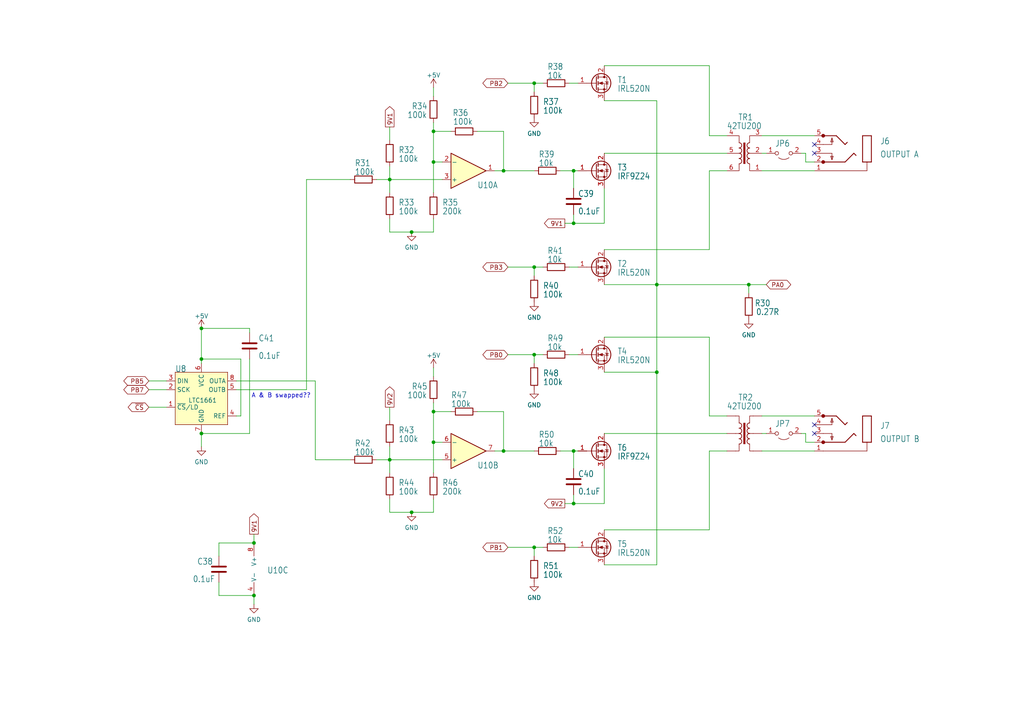
<source format=kicad_sch>
(kicad_sch (version 20211123) (generator eeschema)
  (paper "A4")
  (title_block (title "Output stage") (date "2022-08-01") (rev "1.3-Chi"))
  (lib_symbols
    (symbol "Amplifier_Operational:LM358" (pin_names (offset 0.127))
      (property "Reference" "U" (at 0 5.08 0))
      (property "Value" "LM358" (at 0 -5.08 0))
      (symbol "LM358_1_1"
        (polyline (pts (xy -5.08 5.08) (xy 5.08 0) (xy -5.08 -5.08) (xy -5.08 5.08)) (stroke (width 0.254)) (fill (type background)))
        (pin output line (at 7.62 0 180) (length 2.54) (name "~") (number "1"))
        (pin input line (at -7.62 -2.54 0) (length 2.54) (name "-") (number "2"))
        (pin input line (at -7.62 2.54 0) (length 2.54) (name "+") (number "3"))
      )
      (symbol "LM358_2_1"
        (polyline (pts (xy -5.08 5.08) (xy 5.08 0) (xy -5.08 -5.08) (xy -5.08 5.08)) (stroke (width 0.254)) (fill (type background)))
        (pin input line (at -7.62 2.54 0) (length 2.54) (name "+") (number "5"))
        (pin input line (at -7.62 -2.54 0) (length 2.54) (name "-") (number "6"))
        (pin output line (at 7.62 0 180) (length 2.54) (name "~") (number "7"))
      )
      (symbol "LM358_3_1"
        (pin power_in line (at -2.54 -7.62 90) (length 3.81) (name "V-") (number "4"))
        (pin power_in line (at -2.54 7.62 270) (length 3.81) (name "V+") (number "8"))
      )
    )
    (symbol "Device:C" (pin_numbers hide) (pin_names (offset 0.254))
      (property "Reference" "C" (at 0.635 2.54 0))
      (property "Value" "C" (at 0.635 -2.54 0))
      (symbol "C_0_1"
        (polyline (pts (xy -2.032 -0.762) (xy 2.032 -0.762)) (stroke (width 0.508)))
        (polyline (pts (xy -2.032 0.762) (xy 2.032 0.762)) (stroke (width 0.508)))
      )
      (symbol "C_1_1"
        (pin passive line (at 0 3.81 270) (length 2.794) (name "~") (number "1"))
        (pin passive line (at 0 -3.81 90) (length 2.794) (name "~") (number "2"))
      )
    )
    (symbol "Device:Q_NMOS_GDS" (pin_names (offset 0) hide)
      (property "Reference" "Q" (at 5.08 1.27 0))
      (property "Value" "Q_NMOS_GDS" (at 5.08 -1.27 0))
      (symbol "Q_NMOS_GDS_0_1"
        (polyline (pts (xy 0.254 0) (xy -2.54 0)))
        (polyline (pts (xy 0.254 1.905) (xy 0.254 -1.905)) (stroke (width 0.254)))
        (polyline (pts (xy 0.762 -1.27) (xy 0.762 -2.286)) (stroke (width 0.254)))
        (polyline (pts (xy 0.762 0.508) (xy 0.762 -0.508)) (stroke (width 0.254)))
        (polyline (pts (xy 0.762 2.286) (xy 0.762 1.27)) (stroke (width 0.254)))
        (polyline (pts (xy 2.54 2.54) (xy 2.54 1.778)))
        (polyline (pts (xy 2.54 -2.54) (xy 2.54 0) (xy 0.762 0)))
        (polyline (pts (xy 0.762 -1.778) (xy 3.302 -1.778) (xy 3.302 1.778) (xy 0.762 1.778)))
        (polyline (pts (xy 1.016 0) (xy 2.032 0.381) (xy 2.032 -0.381) (xy 1.016 0)) (fill (type outline)))
        (polyline (pts (xy 2.794 0.508) (xy 2.921 0.381) (xy 3.683 0.381) (xy 3.81 0.254)))
        (polyline (pts (xy 3.302 0.381) (xy 2.921 -0.254) (xy 3.683 -0.254) (xy 3.302 0.381)))
        (circle (center 1.651 0) (radius 2.794) (stroke (width 0.254)))
        (circle (center 2.54 -1.778) (radius 0.254) (fill (type outline)))
        (circle (center 2.54 1.778) (radius 0.254) (fill (type outline)))
      )
      (symbol "Q_NMOS_GDS_1_1"
        (pin input line (at -5.08 0 0) (length 2.54) (name "G") (number "1"))
        (pin passive line (at 2.54 5.08 270) (length 2.54) (name "D") (number "2"))
        (pin passive line (at 2.54 -5.08 90) (length 2.54) (name "S") (number "3"))
      )
    )
    (symbol "Device:R" (pin_numbers hide) (pin_names (offset 0))
      (property "Reference" "R" (at 2.032 0 90))
      (property "Value" "R" (at 0 0 90))
      (symbol "R_0_1"
        (rectangle (start -1.016 -2.54) (end 1.016 2.54) (stroke (width 0.254)))
      )
      (symbol "R_1_1"
        (pin passive line (at 0 3.81 270) (length 1.27) (name "~") (number "1"))
        (pin passive line (at 0 -3.81 90) (length 1.27) (name "~") (number "2"))
      )
    )
    (symbol "Jumper:Jumper_2_Open" (pin_names (offset 0) hide)
      (property "Reference" "JP" (at 0 2.794 0))
      (property "Value" "Jumper_2_Open" (at 0 -2.286 0))
      (symbol "Jumper_2_Open_0_0"
        (circle (center -2.032 0) (radius 0.508))
        (circle (center 2.032 0) (radius 0.508))
      )
      (symbol "Jumper_2_Open_0_1"
        (arc (start 1.524 1.27) (mid 0 1.778) (end -1.524 1.27))
      )
      (symbol "Jumper_2_Open_1_1"
        (pin passive line (at -5.08 0 0) (length 2.54) (name "A") (number "1"))
        (pin passive line (at 5.08 0 180) (length 2.54) (name "B") (number "2"))
      )
    )
    (symbol "TRANSF5_1" (pin_names (offset 0))
      (property "Reference" "TR" (at 0 6.35 0))
      (property "Value" "TRANSF5_1" (at 0 -6.35 0))
      (symbol "TRANSF5_1_0_1"
        (arc (start -1.524 -3.048) (mid -0.762 -2.286) (end -1.524 -1.524) (stroke (width 0.2032)))
        (arc (start -1.524 -1.524) (mid -0.762 -0.762) (end -1.524 0) (stroke (width 0.2032)))
        (arc (start -1.524 0) (mid -0.762 0.762) (end -1.524 1.524) (stroke (width 0.2032)))
        (arc (start -1.524 1.524) (mid -0.762 2.286) (end -1.524 3.048) (stroke (width 0.2032)))
        (rectangle (start -0.254 3.048) (end 0.254 -3.048) (stroke (width 0.0254)) (fill (type outline)))
        (polyline (pts (xy -1.524 0) (xy -2.54 0) (xy -2.54 0)) (fill (type outline)))
        (polyline (pts (xy 1.524 0) (xy 2.54 0) (xy 2.54 0)) (fill (type outline)))
        (polyline (pts (xy -2.54 5.08) (xy -1.524 5.08) (xy -1.524 3.048) (xy -1.524 3.048)) (stroke (width 0.1524)))
        (polyline (pts (xy -1.524 -3.048) (xy -1.524 -5.08) (xy -2.54 -5.08) (xy -2.54 -5.08)) (stroke (width 0.1524)))
        (polyline (pts (xy 1.524 3.048) (xy 1.524 5.08) (xy 2.54 5.08) (xy 2.54 5.08)) (stroke (width 0.1524)))
        (polyline (pts (xy 2.54 -5.08) (xy 1.524 -5.08) (xy 1.524 -3.048) (xy 1.524 -3.048)) (stroke (width 0.1524)))
        (arc (start 1.524 -1.524) (mid 0.762 -2.286) (end 1.524 -3.048) (stroke (width 0.2032)))
        (arc (start 1.524 0) (mid 0.762 -0.762) (end 1.524 -1.524) (stroke (width 0.2032)))
        (arc (start 1.524 1.524) (mid 0.762 0.762) (end 1.524 0) (stroke (width 0.2032)))
        (arc (start 1.524 3.048) (mid 0.762 2.286) (end 1.524 1.524) (stroke (width 0.2032)))
      )
      (symbol "TRANSF5_1_1_1"
        (pin passive line (at -5.08 5.08 0) (length 2.54) (name "~") (number "1"))
        (pin passive line (at -5.08 0 0) (length 2.54) (name "~") (number "2"))
        (pin passive line (at -5.08 -5.08 0) (length 2.54) (name "~") (number "3"))
        (pin passive line (at 5.08 -5.08 180) (length 2.54) (name "~") (number "4"))
        (pin passive line (at 5.08 0 180) (length 2.54) (name "~") (number "5"))
        (pin passive line (at 5.08 5.08 180) (length 2.54) (name "~") (number "6"))
      )
    )
    (symbol "Transformer:TRANSF5" (pin_numbers hide) (pin_names (offset 0))
      (property "Reference" "TR" (at 0 6.35 0))
      (property "Value" "TRANSF5" (at 0 -6.35 0))
      (symbol "TRANSF5_0_1"
        (arc (start -1.524 -3.048) (mid -0.762 -2.286) (end -1.524 -1.524) (stroke (width 0.2032)))
        (arc (start -1.524 -1.524) (mid -0.762 -0.762) (end -1.524 0) (stroke (width 0.2032)))
        (arc (start -1.524 0) (mid -0.762 0.762) (end -1.524 1.524) (stroke (width 0.2032)))
        (arc (start -1.524 1.524) (mid -0.762 2.286) (end -1.524 3.048) (stroke (width 0.2032)))
        (rectangle (start -0.254 3.048) (end 0.254 -3.048) (stroke (width 0.0254)) (fill (type outline)))
        (polyline (pts (xy -1.524 0) (xy -2.54 0) (xy -2.54 0)) (fill (type outline)))
        (polyline (pts (xy 1.524 0) (xy 2.54 0) (xy 2.54 0)) (fill (type outline)))
        (polyline (pts (xy -2.54 5.08) (xy -1.524 5.08) (xy -1.524 3.048) (xy -1.524 3.048)) (stroke (width 0.1524)))
        (polyline (pts (xy -1.524 -3.048) (xy -1.524 -5.08) (xy -2.54 -5.08) (xy -2.54 -5.08)) (stroke (width 0.1524)))
        (polyline (pts (xy 1.524 3.048) (xy 1.524 5.08) (xy 2.54 5.08) (xy 2.54 5.08)) (stroke (width 0.1524)))
        (polyline (pts (xy 2.54 -5.08) (xy 1.524 -5.08) (xy 1.524 -3.048) (xy 1.524 -3.048)) (stroke (width 0.1524)))
        (arc (start 1.524 -1.524) (mid 0.762 -2.286) (end 1.524 -3.048) (stroke (width 0.2032)))
        (arc (start 1.524 0) (mid 0.762 -0.762) (end 1.524 -1.524) (stroke (width 0.2032)))
        (arc (start 1.524 1.524) (mid 0.762 0.762) (end 1.524 0) (stroke (width 0.2032)))
        (arc (start 1.524 3.048) (mid 0.762 2.286) (end 1.524 1.524) (stroke (width 0.2032)))
      )
      (symbol "TRANSF5_1_1"
        (pin passive line (at -5.08 5.08 0) (length 2.54) (name "~") (number "1"))
        (pin passive line (at -5.08 0 0) (length 2.54) (name "~") (number "2"))
        (pin passive line (at -5.08 -5.08 0) (length 2.54) (name "~") (number "3"))
        (pin passive line (at 5.08 -5.08 180) (length 2.54) (name "~") (number "4"))
        (pin passive line (at 5.08 0 180) (length 2.54) (name "~") (number "5"))
        (pin passive line (at 5.08 5.08 180) (length 2.54) (name "~") (number "6"))
      )
    )
    (symbol "mk312-eagle-import:LTC1661"
      (property "Reference" "U" (at 2.54 8.89 0))
      (property "Value" "LTC1661" (at 0 0 0))
      (symbol "LTC1661_0_1"
        (rectangle (start -7.62 7.62) (end 7.62 -7.62) (stroke (width 0.1524)) (fill (type background)))
      )
      (symbol "LTC1661_1_1"
        (pin input line (at -10.16 -2.54 0) (length 2.54) (name "~{CS}/LD") (number "1"))
        (pin input line (at -10.16 2.54 0) (length 2.54) (name "SCK") (number "2"))
        (pin input line (at -10.16 5.08 0) (length 2.54) (name "DIN") (number "3"))
        (pin input line (at 10.16 -5.08 180) (length 2.54) (name "REF") (number "4"))
        (pin output line (at 10.16 2.54 180) (length 2.54) (name "OUTB") (number "5"))
        (pin power_in line (at 0 10.16 270) (length 2.54) (name "VCC") (number "6"))
        (pin power_in line (at 0 -10.16 90) (length 2.54) (name "GND") (number "7"))
        (pin output line (at 10.16 5.08 180) (length 2.54) (name "OUTA") (number "8"))
      )
    )
    (symbol "mk312-eagle-import:STEREOJACK"
      (property "Reference" "X" (at -7.62 3.81 0))
      (property "Value" "STEREOJACK" (at -7.62 -10.16 0))
      (symbol "STEREOJACK_1_0"
        (circle (center -10.16 -5.08) (radius 0.127) (stroke (width 0.4064)))
        (circle (center -10.16 2.54) (radius 0.127) (stroke (width 0.4064)))
        (polyline (pts (xy -10.16 -5.08) (xy -3.81 -5.08)) (stroke (width 0.254)))
        (polyline (pts (xy -10.16 -2.54) (xy -7.62 -2.54)) (stroke (width 0.1524)))
        (polyline (pts (xy -10.16 0) (xy -7.62 0)) (stroke (width 0.1524)))
        (polyline (pts (xy -10.16 2.54) (xy -6.35 2.54)) (stroke (width 0.254)))
        (polyline (pts (xy -8.001 -3.429) (xy -7.239 -3.429)) (stroke (width 0.1524)))
        (polyline (pts (xy -8.001 0.762) (xy -7.239 0.762)) (stroke (width 0.1524)))
        (polyline (pts (xy -7.62 -4.445) (xy -8.001 -3.429)) (stroke (width 0.1524)))
        (polyline (pts (xy -7.62 -2.54) (xy -7.62 -4.445)) (stroke (width 0.1524)))
        (polyline (pts (xy -7.62 0) (xy -7.62 1.905)) (stroke (width 0.1524)))
        (polyline (pts (xy -7.62 1.905) (xy -8.001 0.762)) (stroke (width 0.1524)))
        (polyline (pts (xy -7.239 -3.429) (xy -7.62 -4.445)) (stroke (width 0.1524)))
        (polyline (pts (xy -7.239 0.762) (xy -7.62 1.905)) (stroke (width 0.1524)))
        (polyline (pts (xy -6.35 2.54) (xy -3.81 0)) (stroke (width 0.254)))
        (polyline (pts (xy -3.81 0) (xy -3.175 0.635)) (stroke (width 0.254)))
        (polyline (pts (xy -1.27 -2.54) (xy -3.81 -5.08)) (stroke (width 0.254)))
        (polyline (pts (xy -0.635 -3.175) (xy -1.27 -2.54)) (stroke (width 0.254)))
        (polyline (pts (xy 1.27 -5.08) (xy 1.27 2.54)) (stroke (width 0.254)))
        (polyline (pts (xy 1.27 -5.08) (xy 2.54 -5.08)) (stroke (width 0.254)))
        (polyline (pts (xy 1.27 2.54) (xy 3.81 2.54)) (stroke (width 0.254)))
        (polyline (pts (xy 2.54 -7.62) (xy -10.16 -7.62)) (stroke (width 0.1524)))
        (polyline (pts (xy 2.54 -5.08) (xy 2.54 -7.62)) (stroke (width 0.1524)))
        (polyline (pts (xy 2.54 -5.08) (xy 3.81 -5.08)) (stroke (width 0.254)))
        (polyline (pts (xy 3.81 -5.08) (xy 3.81 2.54)) (stroke (width 0.254)))
        (pin passive line (at -12.7 -7.62 0) (length 2.54) (name "1") (number "1"))
        (pin passive line (at -12.7 -5.08 0) (length 2.54) (name "2") (number "2"))
        (pin passive line (at -12.7 -2.54 0) (length 2.54) (name "3") (number "3"))
        (pin passive line (at -12.7 0 0) (length 2.54) (name "4") (number "4"))
        (pin passive line (at -12.7 2.54 0) (length 2.54) (name "5") (number "5"))
      )
    )
    (symbol "power:+5V" (power) (pin_names (offset 0))
      (property "Value" "+5V" (at 0 3.556 0))
      (symbol "+5V_0_1"
        (polyline (pts (xy -0.762 1.27) (xy 0 2.54)))
        (polyline (pts (xy 0 0) (xy 0 2.54)))
        (polyline (pts (xy 0 2.54) (xy 0.762 1.27)))
      )
      (symbol "+5V_1_1"
        (pin power_in line (at 0 0 90) (length 0) hide (name "+5V") (number "1"))
      )
    )
    (symbol "power:GND" (power) (pin_names (offset 0))
      (property "Value" "GND" (at 0 -3.81 0))
      (symbol "GND_0_1"
        (polyline (pts (xy 0 0) (xy 0 -1.27) (xy 1.27 -1.27) (xy 0 -2.54) (xy -1.27 -1.27) (xy 0 -1.27)))
      )
      (symbol "GND_1_1"
        (pin power_in line (at 0 0 270) (length 0) hide (name "GND") (number "1"))
      )
    )
  )
  (junction (at 154.94 158.75))
  (junction (at 166.37 146.05))
  (junction (at 125.73 46.99))
  (junction (at 217.17 82.55))
  (junction (at 125.73 119.38))
  (junction (at 154.94 77.47))
  (junction (at 146.05 49.53))
  (junction (at 73.66 157.48))
  (junction (at 190.5 82.55))
  (junction (at 154.94 24.13))
  (junction (at 154.94 102.87))
  (junction (at 125.73 38.1))
  (junction (at 146.05 130.81))
  (junction (at 166.37 64.77))
  (junction (at 190.5 107.95))
  (junction (at 119.38 148.59))
  (junction (at 58.42 95.25))
  (junction (at 58.42 125.73))
  (junction (at 166.37 130.81))
  (junction (at 113.03 133.35))
  (junction (at 119.38 67.31))
  (junction (at 125.73 128.27))
  (junction (at 73.66 172.72))
  (junction (at 58.42 104.14))
  (junction (at 166.37 49.53))
  (junction (at 113.03 52.07))
  (no_connect (at 236.22 125.73))
  (no_connect (at 236.22 123.19))
  (no_connect (at 236.22 41.91))
  (no_connect (at 236.22 44.45))
  (wire (pts (xy 205.74 97.79) (xy 205.74 120.65)))
  (wire (pts (xy 190.5 107.95) (xy 175.26 107.95)))
  (wire (pts (xy 163.83 64.77) (xy 166.37 64.77)))
  (wire (pts (xy 154.94 24.13) (xy 157.48 24.13)))
  (wire (pts (xy 233.68 128.27) (xy 236.22 128.27)))
  (wire (pts (xy 130.81 38.1) (xy 125.73 38.1)))
  (wire (pts (xy 138.43 38.1) (xy 146.05 38.1)))
  (wire (pts (xy 210.82 125.73) (xy 175.26 125.73)))
  (wire (pts (xy 68.58 120.65) (xy 69.85 120.65)))
  (wire (pts (xy 166.37 62.23) (xy 166.37 64.77)))
  (wire (pts (xy 163.83 146.05) (xy 166.37 146.05)))
  (wire (pts (xy 69.85 104.14) (xy 58.42 104.14)))
  (wire (pts (xy 166.37 146.05) (xy 175.26 146.05)))
  (wire (pts (xy 113.03 63.5) (xy 113.03 67.31)))
  (wire (pts (xy 147.32 24.13) (xy 154.94 24.13)))
  (wire (pts (xy 58.42 104.14) (xy 58.42 105.41)))
  (wire (pts (xy 125.73 46.99) (xy 128.27 46.99)))
  (wire (pts (xy 63.5 168.91) (xy 63.5 172.72)))
  (wire (pts (xy 146.05 38.1) (xy 146.05 49.53)))
  (wire (pts (xy 143.51 49.53) (xy 146.05 49.53)))
  (wire (pts (xy 233.68 46.99) (xy 236.22 46.99)))
  (wire (pts (xy 165.1 24.13) (xy 167.64 24.13)))
  (wire (pts (xy 113.03 129.54) (xy 113.03 133.35)))
  (wire (pts (xy 154.94 102.87) (xy 147.32 102.87)))
  (wire (pts (xy 58.42 125.73) (xy 72.39 125.73)))
  (wire (pts (xy 125.73 119.38) (xy 130.81 119.38)))
  (wire (pts (xy 43.18 110.49) (xy 48.26 110.49)))
  (wire (pts (xy 166.37 49.53) (xy 166.37 54.61)))
  (wire (pts (xy 154.94 26.67) (xy 154.94 24.13)))
  (wire (pts (xy 210.82 44.45) (xy 175.26 44.45)))
  (wire (pts (xy 125.73 63.5) (xy 125.73 67.31)))
  (wire (pts (xy 147.32 158.75) (xy 154.94 158.75)))
  (wire (pts (xy 113.03 48.26) (xy 113.03 52.07)))
  (wire (pts (xy 101.6 133.35) (xy 91.44 133.35)))
  (wire (pts (xy 166.37 135.89) (xy 166.37 130.81)))
  (wire (pts (xy 165.1 102.87) (xy 167.64 102.87)))
  (wire (pts (xy 113.03 148.59) (xy 119.38 148.59)))
  (wire (pts (xy 88.9 52.07) (xy 101.6 52.07)))
  (wire (pts (xy 175.26 72.39) (xy 205.74 72.39)))
  (wire (pts (xy 154.94 77.47) (xy 157.48 77.47)))
  (wire (pts (xy 69.85 120.65) (xy 69.85 104.14)))
  (wire (pts (xy 119.38 148.59) (xy 125.73 148.59)))
  (wire (pts (xy 138.43 119.38) (xy 146.05 119.38)))
  (wire (pts (xy 68.58 113.03) (xy 88.9 113.03)))
  (wire (pts (xy 205.74 72.39) (xy 205.74 49.53)))
  (wire (pts (xy 220.98 39.37) (xy 236.22 39.37)))
  (wire (pts (xy 190.5 82.55) (xy 217.17 82.55)))
  (wire (pts (xy 125.73 106.68) (xy 125.73 109.22)))
  (wire (pts (xy 128.27 133.35) (xy 113.03 133.35)))
  (wire (pts (xy 233.68 44.45) (xy 232.41 44.45)))
  (wire (pts (xy 113.03 36.83) (xy 113.03 40.64)))
  (wire (pts (xy 43.18 118.11) (xy 48.26 118.11)))
  (wire (pts (xy 73.66 154.94) (xy 73.66 157.48)))
  (wire (pts (xy 73.66 172.72) (xy 73.66 175.26)))
  (wire (pts (xy 146.05 119.38) (xy 146.05 130.81)))
  (wire (pts (xy 162.56 130.81) (xy 166.37 130.81)))
  (wire (pts (xy 175.26 29.21) (xy 190.5 29.21)))
  (wire (pts (xy 125.73 128.27) (xy 125.73 137.16)))
  (wire (pts (xy 63.5 157.48) (xy 73.66 157.48)))
  (wire (pts (xy 91.44 110.49) (xy 91.44 133.35)))
  (wire (pts (xy 175.26 97.79) (xy 205.74 97.79)))
  (wire (pts (xy 154.94 80.01) (xy 154.94 77.47)))
  (wire (pts (xy 125.73 46.99) (xy 125.73 55.88)))
  (wire (pts (xy 166.37 64.77) (xy 175.26 64.77)))
  (wire (pts (xy 175.26 54.61) (xy 175.26 64.77)))
  (wire (pts (xy 113.03 67.31) (xy 119.38 67.31)))
  (wire (pts (xy 175.26 135.89) (xy 175.26 146.05)))
  (wire (pts (xy 220.98 49.53) (xy 236.22 49.53)))
  (wire (pts (xy 233.68 125.73) (xy 233.68 128.27)))
  (wire (pts (xy 63.5 161.29) (xy 63.5 157.48)))
  (wire (pts (xy 165.1 77.47) (xy 167.64 77.47)))
  (wire (pts (xy 146.05 130.81) (xy 143.51 130.81)))
  (wire (pts (xy 175.26 153.67) (xy 205.74 153.67)))
  (wire (pts (xy 125.73 25.4) (xy 125.73 27.94)))
  (wire (pts (xy 154.94 130.81) (xy 146.05 130.81)))
  (wire (pts (xy 190.5 163.83) (xy 190.5 107.95)))
  (wire (pts (xy 113.03 133.35) (xy 113.03 137.16)))
  (wire (pts (xy 109.22 133.35) (xy 113.03 133.35)))
  (wire (pts (xy 166.37 143.51) (xy 166.37 146.05)))
  (wire (pts (xy 166.37 130.81) (xy 167.64 130.81)))
  (wire (pts (xy 175.26 19.05) (xy 205.74 19.05)))
  (wire (pts (xy 113.03 52.07) (xy 128.27 52.07)))
  (wire (pts (xy 222.25 44.45) (xy 220.98 44.45)))
  (wire (pts (xy 72.39 125.73) (xy 72.39 104.14)))
  (wire (pts (xy 125.73 35.56) (xy 125.73 38.1)))
  (wire (pts (xy 210.82 39.37) (xy 205.74 39.37)))
  (wire (pts (xy 220.98 130.81) (xy 236.22 130.81)))
  (wire (pts (xy 72.39 96.52) (xy 72.39 95.25)))
  (wire (pts (xy 154.94 105.41) (xy 154.94 102.87)))
  (wire (pts (xy 233.68 46.99) (xy 233.68 44.45)))
  (wire (pts (xy 232.41 125.73) (xy 233.68 125.73)))
  (wire (pts (xy 146.05 49.53) (xy 154.94 49.53)))
  (wire (pts (xy 166.37 49.53) (xy 167.64 49.53)))
  (wire (pts (xy 175.26 163.83) (xy 190.5 163.83)))
  (wire (pts (xy 210.82 49.53) (xy 205.74 49.53)))
  (wire (pts (xy 125.73 119.38) (xy 125.73 128.27)))
  (wire (pts (xy 128.27 128.27) (xy 125.73 128.27)))
  (wire (pts (xy 125.73 144.78) (xy 125.73 148.59)))
  (wire (pts (xy 88.9 52.07) (xy 88.9 113.03)))
  (wire (pts (xy 162.56 49.53) (xy 166.37 49.53)))
  (wire (pts (xy 63.5 172.72) (xy 73.66 172.72)))
  (wire (pts (xy 58.42 95.25) (xy 58.42 104.14)))
  (wire (pts (xy 43.18 113.03) (xy 48.26 113.03)))
  (wire (pts (xy 113.03 144.78) (xy 113.03 148.59)))
  (wire (pts (xy 113.03 52.07) (xy 113.03 55.88)))
  (wire (pts (xy 113.03 118.11) (xy 113.03 121.92)))
  (wire (pts (xy 72.39 95.25) (xy 58.42 95.25)))
  (wire (pts (xy 210.82 130.81) (xy 205.74 130.81)))
  (wire (pts (xy 217.17 85.09) (xy 217.17 82.55)))
  (wire (pts (xy 205.74 19.05) (xy 205.74 39.37)))
  (wire (pts (xy 125.73 38.1) (xy 125.73 46.99)))
  (wire (pts (xy 190.5 82.55) (xy 175.26 82.55)))
  (wire (pts (xy 154.94 158.75) (xy 157.48 158.75)))
  (wire (pts (xy 125.73 116.84) (xy 125.73 119.38)))
  (wire (pts (xy 220.98 125.73) (xy 222.25 125.73)))
  (wire (pts (xy 58.42 125.73) (xy 58.42 129.54)))
  (wire (pts (xy 222.25 82.55) (xy 217.17 82.55)))
  (wire (pts (xy 147.32 77.47) (xy 154.94 77.47)))
  (wire (pts (xy 210.82 120.65) (xy 205.74 120.65)))
  (wire (pts (xy 190.5 107.95) (xy 190.5 82.55)))
  (wire (pts (xy 119.38 67.31) (xy 125.73 67.31)))
  (wire (pts (xy 190.5 29.21) (xy 190.5 82.55)))
  (wire (pts (xy 109.22 52.07) (xy 113.03 52.07)))
  (wire (pts (xy 68.58 110.49) (xy 91.44 110.49)))
  (wire (pts (xy 205.74 153.67) (xy 205.74 130.81)))
  (wire (pts (xy 157.48 102.87) (xy 154.94 102.87)))
  (wire (pts (xy 220.98 120.65) (xy 236.22 120.65)))
  (wire (pts (xy 165.1 158.75) (xy 167.64 158.75)))
  (wire (pts (xy 154.94 161.29) (xy 154.94 158.75)))
  (text "A & B swapped??" (at 90.17 115.57 180) (effects (font (size 1.27 1.27)) (justify right bottom)))
  (global_label "9V2" (shape output) (at 163.83 146.05 180) (property "Intersheet References" "${INTERSHEET_REFS}" (effects hide)))
  (global_label "PB3" (shape bidirectional) (at 147.32 77.47 180) (property "Intersheet References" "${INTERSHEET_REFS}" (effects hide)))
  (global_label "PB2" (shape bidirectional) (at 147.32 24.13 180) (property "Intersheet References" "${INTERSHEET_REFS}" (effects hide)))
  (global_label "9V1" (shape output) (at 163.83 64.77 180) (property "Intersheet References" "${INTERSHEET_REFS}" (effects hide)))
  (global_label "9V1" (shape output) (at 73.66 154.94 90) (property "Intersheet References" "${INTERSHEET_REFS}" (effects hide)))
  (global_label "PB7" (shape bidirectional) (at 43.18 113.03 180) (property "Intersheet References" "${INTERSHEET_REFS}" (effects hide)))
  (global_label "PB0" (shape bidirectional) (at 147.32 102.87 180) (property "Intersheet References" "${INTERSHEET_REFS}" (effects hide)))
  (global_label "PB5" (shape bidirectional) (at 43.18 110.49 180) (property "Intersheet References" "${INTERSHEET_REFS}" (effects hide)))
  (global_label "9V2" (shape output) (at 113.03 118.11 90) (property "Intersheet References" "${INTERSHEET_REFS}" (effects hide)))
  (global_label "PB1" (shape bidirectional) (at 147.32 158.75 180) (property "Intersheet References" "${INTERSHEET_REFS}" (effects hide)))
  (global_label "~{CS}" (shape bidirectional) (at 43.18 118.11 180) (property "Intersheet References" "${INTERSHEET_REFS}" (effects hide)))
  (global_label "PA0" (shape bidirectional) (at 222.25 82.55 0) (property "Intersheet References" "${INTERSHEET_REFS}" (effects hide)))
  (global_label "9V1" (shape output) (at 113.03 36.83 90) (property "Intersheet References" "${INTERSHEET_REFS}" (effects hide)))
  (symbol (lib_id "Device:Q_NMOS_GDS") (at 172.72 130.81 0) (unit 1)
    (property "Reference" "T6" (at 179.07 130.81 0) (effects (font (size 1.778 1.5113)) (justify left bottom)))
    (property "Value" "IRF9Z24" (at 179.07 133.35 0) (effects (font (size 1.778 1.5113)) (justify left bottom)))
    (property "Footprint" "Package_TO_SOT_THT:TO-220-3_Vertical" (effects hide))
  )
  (symbol (lib_id "power:+5V") (at 125.73 106.68 0) (unit 1)
    (property "Reference" "#PWR0109" (effects hide))
    (property "Value" "+5V" (at 125.73 103.1042 0))
  )
  (symbol (lib_id "Device:R") (at 161.29 158.75 270) (unit 1)
    (property "Reference" "R52" (at 158.75 154.94 90) (effects (font (size 1.778 1.5113)) (justify left bottom)))
    (property "Value" "10k" (at 158.75 157.48 90) (effects (font (size 1.778 1.5113)) (justify left bottom)))
    (property "Footprint" "Resistor_THT:R_Axial_DIN0207_L6.3mm_D2.5mm_P2.54mm_Vertical" (effects hide))
  )
  (symbol (lib_id "Device:R") (at 105.41 52.07 270) (unit 1)
    (property "Reference" "R31" (at 102.87 48.26 90) (effects (font (size 1.778 1.5113)) (justify left bottom)))
    (property "Value" "100k" (at 102.87 50.8 90) (effects (font (size 1.778 1.5113)) (justify left bottom)))
    (property "Footprint" "Resistor_THT:R_Axial_DIN0207_L6.3mm_D2.5mm_P10.16mm_Horizontal" (effects hide))
  )
  (symbol (lib_id "power:GND") (at 58.42 129.54 0) (unit 1)
    (property "Reference" "#PWR0124" (effects hide))
    (property "Value" "GND" (at 58.42 133.9834 0))
  )
  (symbol (lib_id "Device:Q_NMOS_GDS") (at 172.72 49.53 0) (unit 1)
    (property "Reference" "T3" (at 179.07 49.53 0) (effects (font (size 1.778 1.5113)) (justify left bottom)))
    (property "Value" "IRF9Z24" (at 179.07 52.07 0) (effects (font (size 1.778 1.5113)) (justify left bottom)))
    (property "Footprint" "Package_TO_SOT_THT:TO-220-3_Vertical" (effects hide))
  )
  (symbol (lib_name "TRANSF5_1") (lib_id "Transformer:TRANSF5") (at 215.9 44.45 180) (unit 1)
    (property "Reference" "TR1" (at 218.44 33.02 0) (effects (font (size 1.778 1.5113)) (justify left bottom)))
    (property "Value" "42TU200" (at 220.98 35.56 0) (effects (font (size 1.778 1.5113)) (justify left bottom)))
    (property "Footprint" "mk312:Transformer_Xicon_42TU" (effects hide))
  )
  (symbol (lib_id "Device:R") (at 161.29 77.47 270) (unit 1)
    (property "Reference" "R41" (at 158.75 73.66 90) (effects (font (size 1.778 1.5113)) (justify left bottom)))
    (property "Value" "10k" (at 158.75 76.2 90) (effects (font (size 1.778 1.5113)) (justify left bottom)))
    (property "Footprint" "Resistor_THT:R_Axial_DIN0207_L6.3mm_D2.5mm_P2.54mm_Vertical" (effects hide))
  )
  (symbol (lib_id "Jumper:Jumper_2_Open") (at 227.33 44.45 0) (mirror x) (unit 1)
    (property "Reference" "JP6" (at 224.79 40.64 0) (effects (font (size 1.778 1.5113)) (justify left bottom)))
    (property "Value" "JP1E" (effects hide))
    (property "Footprint" "Connector_PinHeader_2.54mm:PinHeader_1x02_P2.54mm_Vertical" (effects hide))
  )
  (symbol (lib_id "Device:R") (at 217.17 88.9 0) (mirror y) (unit 1)
    (property "Reference" "R30" (at 223.52 88.9 0) (effects (font (size 1.778 1.5113)) (justify left bottom)))
    (property "Value" "0.27R" (at 226.06 91.44 0) (effects (font (size 1.778 1.5113)) (justify left bottom)))
    (property "Footprint" "Resistor_THT:R_Axial_DIN0309_L9.0mm_D3.2mm_P12.70mm_Horizontal" (effects hide))
  )
  (symbol (lib_id "Amplifier_Operational:LM358") (at 76.2 165.1 0) (unit 3)
    (property "Reference" "U10" (at 77.47 166.37 0) (effects (font (size 1.778 1.5113)) (justify left bottom)))
    (property "Value" "LM358N" (effects hide))
    (property "Footprint" "Package_DIP:DIP-8_W7.62mm" (effects hide))
    (property "Datasheet" "http://www.ti.com/lit/ds/symlink/lm2904-n.pdf" (effects hide))
  )
  (symbol (lib_id "Device:Q_NMOS_GDS") (at 172.72 24.13 0) (unit 1)
    (property "Reference" "T1" (at 179.07 24.13 0) (effects (font (size 1.778 1.5113)) (justify left bottom)))
    (property "Value" "IRL520N" (at 179.07 26.67 0) (effects (font (size 1.778 1.5113)) (justify left bottom)))
    (property "Footprint" "Package_TO_SOT_THT:TO-220-3_Vertical" (effects hide))
  )
  (symbol (lib_id "Device:R") (at 113.03 125.73 0) (unit 1)
    (property "Reference" "R43" (at 115.57 125.73 0) (effects (font (size 1.778 1.5113)) (justify left bottom)))
    (property "Value" "100k" (at 115.57 128.27 0) (effects (font (size 1.778 1.5113)) (justify left bottom)))
    (property "Footprint" "Resistor_THT:R_Axial_DIN0207_L6.3mm_D2.5mm_P10.16mm_Horizontal" (effects hide))
  )
  (symbol (lib_id "Device:R") (at 125.73 113.03 0) (unit 1)
    (property "Reference" "R45" (at 119.38 113.03 0) (effects (font (size 1.778 1.5113)) (justify left bottom)))
    (property "Value" "100k" (at 118.11 115.57 0) (effects (font (size 1.778 1.5113)) (justify left bottom)))
    (property "Footprint" "Resistor_THT:R_Axial_DIN0207_L6.3mm_D2.5mm_P10.16mm_Horizontal" (effects hide))
  )
  (symbol (lib_id "Device:Q_NMOS_GDS") (at 172.72 158.75 0) (unit 1)
    (property "Reference" "T5" (at 179.07 158.75 0) (effects (font (size 1.778 1.5113)) (justify left bottom)))
    (property "Value" "IRL520N" (at 179.07 161.29 0) (effects (font (size 1.778 1.5113)) (justify left bottom)))
    (property "Footprint" "Package_TO_SOT_THT:TO-220-3_Vertical" (effects hide))
  )
  (symbol (lib_id "Device:R") (at 105.41 133.35 270) (unit 1)
    (property "Reference" "R42" (at 102.87 129.54 90) (effects (font (size 1.778 1.5113)) (justify left bottom)))
    (property "Value" "100k" (at 102.87 132.08 90) (effects (font (size 1.778 1.5113)) (justify left bottom)))
    (property "Footprint" "Resistor_THT:R_Axial_DIN0207_L6.3mm_D2.5mm_P10.16mm_Horizontal" (effects hide))
  )
  (symbol (lib_id "Device:Q_NMOS_GDS") (at 172.72 102.87 0) (unit 1)
    (property "Reference" "T4" (at 179.07 102.87 0) (effects (font (size 1.778 1.5113)) (justify left bottom)))
    (property "Value" "IRL520N" (at 179.07 105.41 0) (effects (font (size 1.778 1.5113)) (justify left bottom)))
    (property "Footprint" "Package_TO_SOT_THT:TO-220-3_Vertical" (effects hide))
  )
  (symbol (lib_id "power:GND") (at 119.38 148.59 0) (unit 1)
    (property "Reference" "#PWR0110" (effects hide))
    (property "Value" "GND" (at 119.38 153.0334 0))
  )
  (symbol (lib_id "Device:R") (at 154.94 109.22 0) (unit 1)
    (property "Reference" "R48" (at 157.48 109.22 0) (effects (font (size 1.778 1.5113)) (justify left bottom)))
    (property "Value" "100k" (at 157.48 111.76 0) (effects (font (size 1.778 1.5113)) (justify left bottom)))
    (property "Footprint" "Resistor_THT:R_Axial_DIN0207_L6.3mm_D2.5mm_P2.54mm_Vertical" (effects hide))
  )
  (symbol (lib_id "Device:C") (at 166.37 139.7 0) (unit 1)
    (property "Reference" "C40" (at 167.64 138.43 0) (effects (font (size 1.778 1.5113)) (justify left bottom)))
    (property "Value" "0.1uF" (at 167.64 143.51 0) (effects (font (size 1.778 1.5113)) (justify left bottom)))
    (property "Footprint" "Capacitor_THT:C_Disc_D3.0mm_W1.6mm_P2.50mm" (effects hide))
  )
  (symbol (lib_id "Device:C") (at 166.37 58.42 0) (unit 1)
    (property "Reference" "C39" (at 167.64 57.15 0) (effects (font (size 1.778 1.5113)) (justify left bottom)))
    (property "Value" "0.1uF" (at 167.64 62.23 0) (effects (font (size 1.778 1.5113)) (justify left bottom)))
    (property "Footprint" "Capacitor_THT:C_Disc_D3.0mm_W1.6mm_P2.50mm" (effects hide))
  )
  (symbol (lib_id "power:+5V") (at 125.73 25.4 0) (unit 1)
    (property "Reference" "#PWR0105" (effects hide))
    (property "Value" "+5V" (at 125.73 21.8242 0))
  )
  (symbol (lib_id "Device:R") (at 113.03 59.69 0) (unit 1)
    (property "Reference" "R33" (at 115.57 59.69 0) (effects (font (size 1.778 1.5113)) (justify left bottom)))
    (property "Value" "100k" (at 115.57 62.23 0) (effects (font (size 1.778 1.5113)) (justify left bottom)))
    (property "Footprint" "Resistor_THT:R_Axial_DIN0207_L6.3mm_D2.5mm_P10.16mm_Horizontal" (effects hide))
  )
  (symbol (lib_id "Device:R") (at 154.94 83.82 0) (unit 1)
    (property "Reference" "R40" (at 157.48 83.82 0) (effects (font (size 1.778 1.5113)) (justify left bottom)))
    (property "Value" "100k" (at 157.48 86.36 0) (effects (font (size 1.778 1.5113)) (justify left bottom)))
    (property "Footprint" "Resistor_THT:R_Axial_DIN0207_L6.3mm_D2.5mm_P2.54mm_Vertical" (effects hide))
  )
  (symbol (lib_id "power:+5V") (at 58.42 95.25 0) (unit 1)
    (property "Reference" "#PWR0123" (effects hide))
    (property "Value" "+5V" (at 58.42 91.6742 0))
  )
  (symbol (lib_id "Device:Q_NMOS_GDS") (at 172.72 77.47 0) (unit 1)
    (property "Reference" "T2" (at 179.07 77.47 0) (effects (font (size 1.778 1.5113)) (justify left bottom)))
    (property "Value" "IRL520N" (at 179.07 80.01 0) (effects (font (size 1.778 1.5113)) (justify left bottom)))
    (property "Footprint" "Package_TO_SOT_THT:TO-220-3_Vertical" (effects hide))
  )
  (symbol (lib_id "power:GND") (at 154.94 168.91 0) (unit 1)
    (property "Reference" "#PWR0107" (effects hide))
    (property "Value" "GND" (at 154.94 173.3534 0))
  )
  (symbol (lib_id "power:GND") (at 73.66 175.26 0) (unit 1)
    (property "Reference" "#PWR0103" (effects hide))
    (property "Value" "GND" (at 73.66 179.7034 0))
  )
  (symbol (lib_id "Device:R") (at 134.62 38.1 90) (unit 1)
    (property "Reference" "R36" (at 135.89 31.75 90) (effects (font (size 1.778 1.5113)) (justify left bottom)))
    (property "Value" "100k" (at 137.16 34.29 90) (effects (font (size 1.778 1.5113)) (justify left bottom)))
    (property "Footprint" "Resistor_THT:R_Axial_DIN0207_L6.3mm_D2.5mm_P10.16mm_Horizontal" (effects hide))
  )
  (symbol (lib_id "Device:C") (at 72.39 100.33 0) (unit 1)
    (property "Reference" "C41" (at 74.93 99.06 0) (effects (font (size 1.778 1.5113)) (justify left bottom)))
    (property "Value" "0.1uF" (at 74.93 104.14 0) (effects (font (size 1.778 1.5113)) (justify left bottom)))
    (property "Footprint" "Capacitor_THT:C_Disc_D3.0mm_W1.6mm_P2.50mm" (effects hide))
  )
  (symbol (lib_id "Device:R") (at 125.73 140.97 0) (unit 1)
    (property "Reference" "R46" (at 128.27 140.97 0) (effects (font (size 1.778 1.5113)) (justify left bottom)))
    (property "Value" "200k" (at 128.27 143.51 0) (effects (font (size 1.778 1.5113)) (justify left bottom)))
    (property "Footprint" "Resistor_THT:R_Axial_DIN0207_L6.3mm_D2.5mm_P10.16mm_Horizontal" (effects hide))
  )
  (symbol (lib_id "Device:R") (at 125.73 59.69 0) (unit 1)
    (property "Reference" "R35" (at 128.27 59.69 0) (effects (font (size 1.778 1.5113)) (justify left bottom)))
    (property "Value" "200k" (at 128.27 62.23 0) (effects (font (size 1.778 1.5113)) (justify left bottom)))
    (property "Footprint" "Resistor_THT:R_Axial_DIN0207_L6.3mm_D2.5mm_P10.16mm_Horizontal" (effects hide))
  )
  (symbol (lib_id "Device:R") (at 158.75 49.53 270) (unit 1)
    (property "Reference" "R39" (at 156.21 45.72 90) (effects (font (size 1.778 1.5113)) (justify left bottom)))
    (property "Value" "10k" (at 156.21 48.26 90) (effects (font (size 1.778 1.5113)) (justify left bottom)))
    (property "Footprint" "Resistor_THT:R_Axial_DIN0207_L6.3mm_D2.5mm_P10.16mm_Horizontal" (effects hide))
  )
  (symbol (lib_id "Device:R") (at 154.94 165.1 0) (unit 1)
    (property "Reference" "R51" (at 157.48 165.1 0) (effects (font (size 1.778 1.5113)) (justify left bottom)))
    (property "Value" "100k" (at 157.48 167.64 0) (effects (font (size 1.778 1.5113)) (justify left bottom)))
    (property "Footprint" "Resistor_THT:R_Axial_DIN0207_L6.3mm_D2.5mm_P2.54mm_Vertical" (effects hide))
  )
  (symbol (lib_id "Jumper:Jumper_2_Open") (at 227.33 125.73 0) (mirror x) (unit 1)
    (property "Reference" "JP7" (at 224.79 121.92 0) (effects (font (size 1.778 1.5113)) (justify left bottom)))
    (property "Value" "JP1E" (effects hide))
    (property "Footprint" "Connector_PinHeader_2.54mm:PinHeader_1x02_P2.54mm_Vertical" (effects hide))
  )
  (symbol (lib_id "Amplifier_Operational:LM358") (at 135.89 49.53 0) (mirror x) (unit 1)
    (property "Reference" "U10" (at 138.43 52.705 0) (effects (font (size 1.778 1.5113)) (justify left bottom)))
    (property "Value" "LM358N" (effects hide))
    (property "Footprint" "Package_DIP:DIP-8_W7.62mm" (effects hide))
    (property "Datasheet" "http://www.ti.com/lit/ds/symlink/lm2904-n.pdf" (effects hide))
  )
  (symbol (lib_id "Device:R") (at 154.94 30.48 0) (unit 1)
    (property "Reference" "R37" (at 157.48 30.48 0) (effects (font (size 1.778 1.5113)) (justify left bottom)))
    (property "Value" "100k" (at 157.48 33.02 0) (effects (font (size 1.778 1.5113)) (justify left bottom)))
    (property "Footprint" "Resistor_THT:R_Axial_DIN0207_L6.3mm_D2.5mm_P2.54mm_Vertical" (effects hide))
  )
  (symbol (lib_id "Device:C") (at 63.5 165.1 0) (unit 1)
    (property "Reference" "C38" (at 57.15 163.83 0) (effects (font (size 1.778 1.5113)) (justify left bottom)))
    (property "Value" "0.1uF" (at 55.88 168.91 0) (effects (font (size 1.778 1.5113)) (justify left bottom)))
    (property "Footprint" "Capacitor_THT:C_Disc_D3.0mm_W1.6mm_P2.50mm" (effects hide))
  )
  (symbol (lib_id "mk312-eagle-import:STEREOJACK") (at 248.92 123.19 0) (unit 1)
    (property "Reference" "J7" (at 255.27 124.46 0) (effects (font (size 1.778 1.5113)) (justify left bottom)))
    (property "Value" "OUTPUT B" (at 255.27 128.27 0) (effects (font (size 1.778 1.5113)) (justify left bottom)))
    (property "Footprint" "mk312:STX3100" (effects hide))
  )
  (symbol (lib_id "power:GND") (at 154.94 113.03 0) (unit 1)
    (property "Reference" "#PWR0108" (effects hide))
    (property "Value" "GND" (at 154.94 117.4734 0))
  )
  (symbol (lib_id "mk312-eagle-import:LTC1661") (at 58.42 115.57 0) (unit 1)
    (property "Reference" "U8" (at 50.8 107.95 0) (effects (font (size 1.778 1.5113)) (justify left bottom)))
    (property "Value" "LTC1661" (at 54.61 116.84 0) (effects (justify left bottom)))
    (property "Footprint" "Package_DIP:DIP-8_W7.62mm" (effects hide))
  )
  (symbol (lib_id "Transformer:TRANSF5") (at 215.9 125.73 180) (unit 1)
    (property "Reference" "TR2" (at 218.44 114.3 0) (effects (font (size 1.778 1.5113)) (justify left bottom)))
    (property "Value" "42TU200" (at 220.98 116.84 0) (effects (font (size 1.778 1.5113)) (justify left bottom)))
    (property "Footprint" "mk312:Transformer_Xicon_42TU" (effects hide))
  )
  (symbol (lib_id "power:GND") (at 217.17 92.71 0) (unit 1)
    (property "Reference" "#PWR0106" (effects hide))
    (property "Value" "GND" (at 217.17 97.1534 0))
  )
  (symbol (lib_id "power:GND") (at 119.38 67.31 0) (unit 1)
    (property "Reference" "#PWR0104" (effects hide))
    (property "Value" "GND" (at 119.38 71.7534 0))
  )
  (symbol (lib_id "Device:R") (at 158.75 130.81 270) (unit 1)
    (property "Reference" "R50" (at 156.21 127 90) (effects (font (size 1.778 1.5113)) (justify left bottom)))
    (property "Value" "10k" (at 156.21 129.54 90) (effects (font (size 1.778 1.5113)) (justify left bottom)))
    (property "Footprint" "Resistor_THT:R_Axial_DIN0207_L6.3mm_D2.5mm_P10.16mm_Horizontal" (effects hide))
  )
  (symbol (lib_id "Amplifier_Operational:LM358") (at 135.89 130.81 0) (mirror x) (unit 2)
    (property "Reference" "U10" (at 138.43 133.985 0) (effects (font (size 1.778 1.5113)) (justify left bottom)))
    (property "Value" "LM358N" (effects hide))
    (property "Footprint" "Package_DIP:DIP-8_W7.62mm" (effects hide))
    (property "Datasheet" "http://www.ti.com/lit/ds/symlink/lm2904-n.pdf" (effects hide))
  )
  (symbol (lib_id "power:GND") (at 154.94 87.63 0) (unit 1)
    (property "Reference" "#PWR0102" (effects hide))
    (property "Value" "GND" (at 154.94 92.0734 0))
  )
  (symbol (lib_id "power:GND") (at 154.94 34.29 0) (unit 1)
    (property "Reference" "#PWR0101" (effects hide))
    (property "Value" "GND" (at 154.94 38.7334 0))
  )
  (symbol (lib_id "Device:R") (at 113.03 140.97 0) (unit 1)
    (property "Reference" "R44" (at 115.57 140.97 0) (effects (font (size 1.778 1.5113)) (justify left bottom)))
    (property "Value" "100k" (at 115.57 143.51 0) (effects (font (size 1.778 1.5113)) (justify left bottom)))
    (property "Footprint" "Resistor_THT:R_Axial_DIN0207_L6.3mm_D2.5mm_P10.16mm_Horizontal" (effects hide))
  )
  (symbol (lib_id "Device:R") (at 134.62 119.38 270) (unit 1)
    (property "Reference" "R47" (at 130.81 115.57 90) (effects (font (size 1.778 1.5113)) (justify left bottom)))
    (property "Value" "100k" (at 130.81 118.11 90) (effects (font (size 1.778 1.5113)) (justify left bottom)))
    (property "Footprint" "Resistor_THT:R_Axial_DIN0207_L6.3mm_D2.5mm_P10.16mm_Horizontal" (effects hide))
  )
  (symbol (lib_id "Device:R") (at 113.03 44.45 0) (unit 1)
    (property "Reference" "R32" (at 115.57 44.45 0) (effects (font (size 1.778 1.5113)) (justify left bottom)))
    (property "Value" "100k" (at 115.57 46.99 0) (effects (font (size 1.778 1.5113)) (justify left bottom)))
    (property "Footprint" "Resistor_THT:R_Axial_DIN0207_L6.3mm_D2.5mm_P10.16mm_Horizontal" (effects hide))
  )
  (symbol (lib_id "mk312-eagle-import:STEREOJACK") (at 248.92 41.91 0) (unit 1)
    (property "Reference" "J6" (at 255.27 41.91 0) (effects (font (size 1.778 1.5113)) (justify left bottom)))
    (property "Value" "OUTPUT A" (at 255.27 45.72 0) (effects (font (size 1.778 1.5113)) (justify left bottom)))
    (property "Footprint" "mk312:STX3100" (effects hide))
  )
  (symbol (lib_id "Device:R") (at 125.73 31.75 0) (unit 1)
    (property "Reference" "R34" (at 119.38 31.75 0) (effects (font (size 1.778 1.5113)) (justify left bottom)))
    (property "Value" "100k" (at 118.11 34.29 0) (effects (font (size 1.778 1.5113)) (justify left bottom)))
    (property "Footprint" "Resistor_THT:R_Axial_DIN0207_L6.3mm_D2.5mm_P10.16mm_Horizontal" (effects hide))
  )
  (symbol (lib_id "Device:R") (at 161.29 24.13 270) (unit 1)
    (property "Reference" "R38" (at 158.75 20.32 90) (effects (font (size 1.778 1.5113)) (justify left bottom)))
    (property "Value" "10k" (at 158.75 22.86 90) (effects (font (size 1.778 1.5113)) (justify left bottom)))
    (property "Footprint" "Resistor_THT:R_Axial_DIN0207_L6.3mm_D2.5mm_P2.54mm_Vertical" (effects hide))
  )
  (symbol (lib_id "Device:R") (at 161.29 102.87 270) (unit 1)
    (property "Reference" "R49" (at 158.75 99.06 90) (effects (font (size 1.778 1.5113)) (justify left bottom)))
    (property "Value" "10k" (at 158.75 101.6 90) (effects (font (size 1.778 1.5113)) (justify left bottom)))
    (property "Footprint" "Resistor_THT:R_Axial_DIN0207_L6.3mm_D2.5mm_P2.54mm_Vertical" (effects hide))
  )
)
</source>
